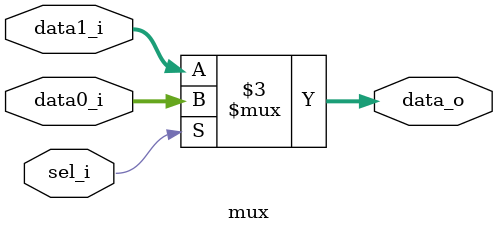
<source format=sv>
module mux #(parameter SIZE = 32) (
    // input
    input logic [SIZE-1:0] data0_i ,
    input logic [SIZE-1:0] data1_i ,
    input logic sel_i ,
    
    // ouput
    output logic [SIZE-1:0] data_o
);
    always_comb begin : proc_mux
        if (sel_i) begin
          data_o = data0_i ;
        end else begin
          data_o = data1_i ;
        end
    end
    
endmodule : mux

</source>
